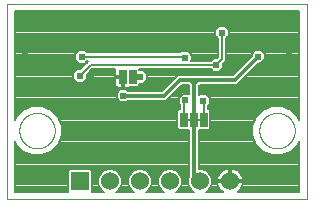
<source format=gbl>
G75*
%MOIN*%
%OFA0B0*%
%FSLAX25Y25*%
%IPPOS*%
%LPD*%
%AMOC8*
5,1,8,0,0,1.08239X$1,22.5*
%
%ADD10C,0.00000*%
%ADD11R,0.06000X0.06000*%
%ADD12C,0.06000*%
%ADD13R,0.02500X0.05000*%
%ADD14C,0.00800*%
%ADD15C,0.00700*%
%ADD16C,0.02400*%
%ADD17C,0.01200*%
D10*
X0001350Y0002094D02*
X0001350Y0067055D01*
X0101035Y0067055D01*
X0101035Y0002094D01*
X0001350Y0002094D01*
X0005287Y0024929D02*
X0005289Y0025082D01*
X0005295Y0025236D01*
X0005305Y0025389D01*
X0005319Y0025541D01*
X0005337Y0025694D01*
X0005359Y0025845D01*
X0005384Y0025996D01*
X0005414Y0026147D01*
X0005448Y0026297D01*
X0005485Y0026445D01*
X0005526Y0026593D01*
X0005571Y0026739D01*
X0005620Y0026885D01*
X0005673Y0027029D01*
X0005729Y0027171D01*
X0005789Y0027312D01*
X0005853Y0027452D01*
X0005920Y0027590D01*
X0005991Y0027726D01*
X0006066Y0027860D01*
X0006143Y0027992D01*
X0006225Y0028122D01*
X0006309Y0028250D01*
X0006397Y0028376D01*
X0006488Y0028499D01*
X0006582Y0028620D01*
X0006680Y0028738D01*
X0006780Y0028854D01*
X0006884Y0028967D01*
X0006990Y0029078D01*
X0007099Y0029186D01*
X0007211Y0029291D01*
X0007325Y0029392D01*
X0007443Y0029491D01*
X0007562Y0029587D01*
X0007684Y0029680D01*
X0007809Y0029769D01*
X0007936Y0029856D01*
X0008065Y0029938D01*
X0008196Y0030018D01*
X0008329Y0030094D01*
X0008464Y0030167D01*
X0008601Y0030236D01*
X0008740Y0030301D01*
X0008880Y0030363D01*
X0009022Y0030421D01*
X0009165Y0030476D01*
X0009310Y0030527D01*
X0009456Y0030574D01*
X0009603Y0030617D01*
X0009751Y0030656D01*
X0009900Y0030692D01*
X0010050Y0030723D01*
X0010201Y0030751D01*
X0010352Y0030775D01*
X0010505Y0030795D01*
X0010657Y0030811D01*
X0010810Y0030823D01*
X0010963Y0030831D01*
X0011116Y0030835D01*
X0011270Y0030835D01*
X0011423Y0030831D01*
X0011576Y0030823D01*
X0011729Y0030811D01*
X0011881Y0030795D01*
X0012034Y0030775D01*
X0012185Y0030751D01*
X0012336Y0030723D01*
X0012486Y0030692D01*
X0012635Y0030656D01*
X0012783Y0030617D01*
X0012930Y0030574D01*
X0013076Y0030527D01*
X0013221Y0030476D01*
X0013364Y0030421D01*
X0013506Y0030363D01*
X0013646Y0030301D01*
X0013785Y0030236D01*
X0013922Y0030167D01*
X0014057Y0030094D01*
X0014190Y0030018D01*
X0014321Y0029938D01*
X0014450Y0029856D01*
X0014577Y0029769D01*
X0014702Y0029680D01*
X0014824Y0029587D01*
X0014943Y0029491D01*
X0015061Y0029392D01*
X0015175Y0029291D01*
X0015287Y0029186D01*
X0015396Y0029078D01*
X0015502Y0028967D01*
X0015606Y0028854D01*
X0015706Y0028738D01*
X0015804Y0028620D01*
X0015898Y0028499D01*
X0015989Y0028376D01*
X0016077Y0028250D01*
X0016161Y0028122D01*
X0016243Y0027992D01*
X0016320Y0027860D01*
X0016395Y0027726D01*
X0016466Y0027590D01*
X0016533Y0027452D01*
X0016597Y0027312D01*
X0016657Y0027171D01*
X0016713Y0027029D01*
X0016766Y0026885D01*
X0016815Y0026739D01*
X0016860Y0026593D01*
X0016901Y0026445D01*
X0016938Y0026297D01*
X0016972Y0026147D01*
X0017002Y0025996D01*
X0017027Y0025845D01*
X0017049Y0025694D01*
X0017067Y0025541D01*
X0017081Y0025389D01*
X0017091Y0025236D01*
X0017097Y0025082D01*
X0017099Y0024929D01*
X0017097Y0024776D01*
X0017091Y0024622D01*
X0017081Y0024469D01*
X0017067Y0024317D01*
X0017049Y0024164D01*
X0017027Y0024013D01*
X0017002Y0023862D01*
X0016972Y0023711D01*
X0016938Y0023561D01*
X0016901Y0023413D01*
X0016860Y0023265D01*
X0016815Y0023119D01*
X0016766Y0022973D01*
X0016713Y0022829D01*
X0016657Y0022687D01*
X0016597Y0022546D01*
X0016533Y0022406D01*
X0016466Y0022268D01*
X0016395Y0022132D01*
X0016320Y0021998D01*
X0016243Y0021866D01*
X0016161Y0021736D01*
X0016077Y0021608D01*
X0015989Y0021482D01*
X0015898Y0021359D01*
X0015804Y0021238D01*
X0015706Y0021120D01*
X0015606Y0021004D01*
X0015502Y0020891D01*
X0015396Y0020780D01*
X0015287Y0020672D01*
X0015175Y0020567D01*
X0015061Y0020466D01*
X0014943Y0020367D01*
X0014824Y0020271D01*
X0014702Y0020178D01*
X0014577Y0020089D01*
X0014450Y0020002D01*
X0014321Y0019920D01*
X0014190Y0019840D01*
X0014057Y0019764D01*
X0013922Y0019691D01*
X0013785Y0019622D01*
X0013646Y0019557D01*
X0013506Y0019495D01*
X0013364Y0019437D01*
X0013221Y0019382D01*
X0013076Y0019331D01*
X0012930Y0019284D01*
X0012783Y0019241D01*
X0012635Y0019202D01*
X0012486Y0019166D01*
X0012336Y0019135D01*
X0012185Y0019107D01*
X0012034Y0019083D01*
X0011881Y0019063D01*
X0011729Y0019047D01*
X0011576Y0019035D01*
X0011423Y0019027D01*
X0011270Y0019023D01*
X0011116Y0019023D01*
X0010963Y0019027D01*
X0010810Y0019035D01*
X0010657Y0019047D01*
X0010505Y0019063D01*
X0010352Y0019083D01*
X0010201Y0019107D01*
X0010050Y0019135D01*
X0009900Y0019166D01*
X0009751Y0019202D01*
X0009603Y0019241D01*
X0009456Y0019284D01*
X0009310Y0019331D01*
X0009165Y0019382D01*
X0009022Y0019437D01*
X0008880Y0019495D01*
X0008740Y0019557D01*
X0008601Y0019622D01*
X0008464Y0019691D01*
X0008329Y0019764D01*
X0008196Y0019840D01*
X0008065Y0019920D01*
X0007936Y0020002D01*
X0007809Y0020089D01*
X0007684Y0020178D01*
X0007562Y0020271D01*
X0007443Y0020367D01*
X0007325Y0020466D01*
X0007211Y0020567D01*
X0007099Y0020672D01*
X0006990Y0020780D01*
X0006884Y0020891D01*
X0006780Y0021004D01*
X0006680Y0021120D01*
X0006582Y0021238D01*
X0006488Y0021359D01*
X0006397Y0021482D01*
X0006309Y0021608D01*
X0006225Y0021736D01*
X0006143Y0021866D01*
X0006066Y0021998D01*
X0005991Y0022132D01*
X0005920Y0022268D01*
X0005853Y0022406D01*
X0005789Y0022546D01*
X0005729Y0022687D01*
X0005673Y0022829D01*
X0005620Y0022973D01*
X0005571Y0023119D01*
X0005526Y0023265D01*
X0005485Y0023413D01*
X0005448Y0023561D01*
X0005414Y0023711D01*
X0005384Y0023862D01*
X0005359Y0024013D01*
X0005337Y0024164D01*
X0005319Y0024317D01*
X0005305Y0024469D01*
X0005295Y0024622D01*
X0005289Y0024776D01*
X0005287Y0024929D01*
X0085287Y0024929D02*
X0085289Y0025082D01*
X0085295Y0025236D01*
X0085305Y0025389D01*
X0085319Y0025541D01*
X0085337Y0025694D01*
X0085359Y0025845D01*
X0085384Y0025996D01*
X0085414Y0026147D01*
X0085448Y0026297D01*
X0085485Y0026445D01*
X0085526Y0026593D01*
X0085571Y0026739D01*
X0085620Y0026885D01*
X0085673Y0027029D01*
X0085729Y0027171D01*
X0085789Y0027312D01*
X0085853Y0027452D01*
X0085920Y0027590D01*
X0085991Y0027726D01*
X0086066Y0027860D01*
X0086143Y0027992D01*
X0086225Y0028122D01*
X0086309Y0028250D01*
X0086397Y0028376D01*
X0086488Y0028499D01*
X0086582Y0028620D01*
X0086680Y0028738D01*
X0086780Y0028854D01*
X0086884Y0028967D01*
X0086990Y0029078D01*
X0087099Y0029186D01*
X0087211Y0029291D01*
X0087325Y0029392D01*
X0087443Y0029491D01*
X0087562Y0029587D01*
X0087684Y0029680D01*
X0087809Y0029769D01*
X0087936Y0029856D01*
X0088065Y0029938D01*
X0088196Y0030018D01*
X0088329Y0030094D01*
X0088464Y0030167D01*
X0088601Y0030236D01*
X0088740Y0030301D01*
X0088880Y0030363D01*
X0089022Y0030421D01*
X0089165Y0030476D01*
X0089310Y0030527D01*
X0089456Y0030574D01*
X0089603Y0030617D01*
X0089751Y0030656D01*
X0089900Y0030692D01*
X0090050Y0030723D01*
X0090201Y0030751D01*
X0090352Y0030775D01*
X0090505Y0030795D01*
X0090657Y0030811D01*
X0090810Y0030823D01*
X0090963Y0030831D01*
X0091116Y0030835D01*
X0091270Y0030835D01*
X0091423Y0030831D01*
X0091576Y0030823D01*
X0091729Y0030811D01*
X0091881Y0030795D01*
X0092034Y0030775D01*
X0092185Y0030751D01*
X0092336Y0030723D01*
X0092486Y0030692D01*
X0092635Y0030656D01*
X0092783Y0030617D01*
X0092930Y0030574D01*
X0093076Y0030527D01*
X0093221Y0030476D01*
X0093364Y0030421D01*
X0093506Y0030363D01*
X0093646Y0030301D01*
X0093785Y0030236D01*
X0093922Y0030167D01*
X0094057Y0030094D01*
X0094190Y0030018D01*
X0094321Y0029938D01*
X0094450Y0029856D01*
X0094577Y0029769D01*
X0094702Y0029680D01*
X0094824Y0029587D01*
X0094943Y0029491D01*
X0095061Y0029392D01*
X0095175Y0029291D01*
X0095287Y0029186D01*
X0095396Y0029078D01*
X0095502Y0028967D01*
X0095606Y0028854D01*
X0095706Y0028738D01*
X0095804Y0028620D01*
X0095898Y0028499D01*
X0095989Y0028376D01*
X0096077Y0028250D01*
X0096161Y0028122D01*
X0096243Y0027992D01*
X0096320Y0027860D01*
X0096395Y0027726D01*
X0096466Y0027590D01*
X0096533Y0027452D01*
X0096597Y0027312D01*
X0096657Y0027171D01*
X0096713Y0027029D01*
X0096766Y0026885D01*
X0096815Y0026739D01*
X0096860Y0026593D01*
X0096901Y0026445D01*
X0096938Y0026297D01*
X0096972Y0026147D01*
X0097002Y0025996D01*
X0097027Y0025845D01*
X0097049Y0025694D01*
X0097067Y0025541D01*
X0097081Y0025389D01*
X0097091Y0025236D01*
X0097097Y0025082D01*
X0097099Y0024929D01*
X0097097Y0024776D01*
X0097091Y0024622D01*
X0097081Y0024469D01*
X0097067Y0024317D01*
X0097049Y0024164D01*
X0097027Y0024013D01*
X0097002Y0023862D01*
X0096972Y0023711D01*
X0096938Y0023561D01*
X0096901Y0023413D01*
X0096860Y0023265D01*
X0096815Y0023119D01*
X0096766Y0022973D01*
X0096713Y0022829D01*
X0096657Y0022687D01*
X0096597Y0022546D01*
X0096533Y0022406D01*
X0096466Y0022268D01*
X0096395Y0022132D01*
X0096320Y0021998D01*
X0096243Y0021866D01*
X0096161Y0021736D01*
X0096077Y0021608D01*
X0095989Y0021482D01*
X0095898Y0021359D01*
X0095804Y0021238D01*
X0095706Y0021120D01*
X0095606Y0021004D01*
X0095502Y0020891D01*
X0095396Y0020780D01*
X0095287Y0020672D01*
X0095175Y0020567D01*
X0095061Y0020466D01*
X0094943Y0020367D01*
X0094824Y0020271D01*
X0094702Y0020178D01*
X0094577Y0020089D01*
X0094450Y0020002D01*
X0094321Y0019920D01*
X0094190Y0019840D01*
X0094057Y0019764D01*
X0093922Y0019691D01*
X0093785Y0019622D01*
X0093646Y0019557D01*
X0093506Y0019495D01*
X0093364Y0019437D01*
X0093221Y0019382D01*
X0093076Y0019331D01*
X0092930Y0019284D01*
X0092783Y0019241D01*
X0092635Y0019202D01*
X0092486Y0019166D01*
X0092336Y0019135D01*
X0092185Y0019107D01*
X0092034Y0019083D01*
X0091881Y0019063D01*
X0091729Y0019047D01*
X0091576Y0019035D01*
X0091423Y0019027D01*
X0091270Y0019023D01*
X0091116Y0019023D01*
X0090963Y0019027D01*
X0090810Y0019035D01*
X0090657Y0019047D01*
X0090505Y0019063D01*
X0090352Y0019083D01*
X0090201Y0019107D01*
X0090050Y0019135D01*
X0089900Y0019166D01*
X0089751Y0019202D01*
X0089603Y0019241D01*
X0089456Y0019284D01*
X0089310Y0019331D01*
X0089165Y0019382D01*
X0089022Y0019437D01*
X0088880Y0019495D01*
X0088740Y0019557D01*
X0088601Y0019622D01*
X0088464Y0019691D01*
X0088329Y0019764D01*
X0088196Y0019840D01*
X0088065Y0019920D01*
X0087936Y0020002D01*
X0087809Y0020089D01*
X0087684Y0020178D01*
X0087562Y0020271D01*
X0087443Y0020367D01*
X0087325Y0020466D01*
X0087211Y0020567D01*
X0087099Y0020672D01*
X0086990Y0020780D01*
X0086884Y0020891D01*
X0086780Y0021004D01*
X0086680Y0021120D01*
X0086582Y0021238D01*
X0086488Y0021359D01*
X0086397Y0021482D01*
X0086309Y0021608D01*
X0086225Y0021736D01*
X0086143Y0021866D01*
X0086066Y0021998D01*
X0085991Y0022132D01*
X0085920Y0022268D01*
X0085853Y0022406D01*
X0085789Y0022546D01*
X0085729Y0022687D01*
X0085673Y0022829D01*
X0085620Y0022973D01*
X0085571Y0023119D01*
X0085526Y0023265D01*
X0085485Y0023413D01*
X0085448Y0023561D01*
X0085414Y0023711D01*
X0085384Y0023862D01*
X0085359Y0024013D01*
X0085337Y0024164D01*
X0085319Y0024317D01*
X0085305Y0024469D01*
X0085295Y0024622D01*
X0085289Y0024776D01*
X0085287Y0024929D01*
D11*
X0025563Y0008000D03*
D12*
X0035563Y0008000D03*
X0045563Y0008000D03*
X0055563Y0008000D03*
X0065563Y0008000D03*
X0075563Y0008000D03*
D13*
X0066702Y0028634D03*
X0063502Y0028634D03*
X0060302Y0028634D03*
X0043050Y0042894D03*
X0039850Y0042894D03*
D14*
X0043050Y0042894D02*
X0043163Y0042782D01*
X0045563Y0042782D01*
X0060189Y0049535D02*
X0060450Y0049275D01*
X0060189Y0049535D02*
X0026109Y0049535D01*
X0029050Y0046794D02*
X0070850Y0046794D01*
X0072865Y0048809D01*
X0072865Y0057409D01*
X0066550Y0034894D02*
X0066702Y0034743D01*
X0066702Y0028634D01*
X0066902Y0028634D02*
X0063502Y0028634D01*
X0060202Y0028634D01*
X0060302Y0028634D02*
X0060302Y0034646D01*
X0060650Y0034994D01*
X0029050Y0046794D02*
X0025450Y0043194D01*
D15*
X0027700Y0043307D02*
X0037250Y0043307D01*
X0037250Y0043169D02*
X0039575Y0043169D01*
X0039575Y0042619D01*
X0040125Y0042619D01*
X0040125Y0039044D01*
X0041278Y0039044D01*
X0041621Y0039136D01*
X0041929Y0039314D01*
X0041959Y0039344D01*
X0044735Y0039344D01*
X0045350Y0039960D01*
X0045350Y0040532D01*
X0046495Y0040532D01*
X0047813Y0041850D01*
X0047813Y0043714D01*
X0046495Y0045032D01*
X0045350Y0045032D01*
X0045350Y0045344D01*
X0069118Y0045344D01*
X0069918Y0044544D01*
X0071782Y0044544D01*
X0073100Y0045862D01*
X0073100Y0046994D01*
X0073466Y0047359D01*
X0074315Y0048209D01*
X0074315Y0055677D01*
X0075115Y0056477D01*
X0075115Y0058341D01*
X0073797Y0059659D01*
X0071933Y0059659D01*
X0070615Y0058341D01*
X0070615Y0056477D01*
X0071415Y0055677D01*
X0071415Y0049410D01*
X0071049Y0049044D01*
X0069918Y0049044D01*
X0069118Y0048244D01*
X0062602Y0048244D01*
X0062700Y0048343D01*
X0062700Y0050207D01*
X0061382Y0051525D01*
X0059518Y0051525D01*
X0058979Y0050985D01*
X0027841Y0050985D01*
X0027041Y0051785D01*
X0025177Y0051785D01*
X0023859Y0050467D01*
X0023859Y0048603D01*
X0025177Y0047285D01*
X0027041Y0047285D01*
X0027841Y0048085D01*
X0028290Y0048085D01*
X0027600Y0047395D01*
X0025649Y0045444D01*
X0024518Y0045444D01*
X0023200Y0044126D01*
X0023200Y0042263D01*
X0024518Y0040944D01*
X0026382Y0040944D01*
X0027700Y0042263D01*
X0027700Y0043394D01*
X0029651Y0045344D01*
X0037250Y0045344D01*
X0037250Y0043169D01*
X0037250Y0042619D02*
X0037250Y0040217D01*
X0037342Y0039873D01*
X0037520Y0039566D01*
X0037771Y0039314D01*
X0038079Y0039136D01*
X0038422Y0039044D01*
X0039575Y0039044D01*
X0039575Y0042619D01*
X0037250Y0042619D01*
X0037250Y0042608D02*
X0027700Y0042608D01*
X0027347Y0041910D02*
X0037250Y0041910D01*
X0037250Y0041211D02*
X0026649Y0041211D01*
X0024251Y0041211D02*
X0003700Y0041211D01*
X0003700Y0040513D02*
X0037250Y0040513D01*
X0037376Y0039814D02*
X0003700Y0039814D01*
X0003700Y0039116D02*
X0038157Y0039116D01*
X0038591Y0038417D02*
X0003700Y0038417D01*
X0003700Y0037719D02*
X0037892Y0037719D01*
X0037700Y0037526D02*
X0037700Y0035663D01*
X0039018Y0034344D01*
X0040882Y0034344D01*
X0041482Y0034944D01*
X0054333Y0034944D01*
X0059633Y0040244D01*
X0061370Y0040244D01*
X0061852Y0039763D01*
X0061852Y0036974D01*
X0061582Y0037244D01*
X0059718Y0037244D01*
X0058400Y0035926D01*
X0058400Y0034063D01*
X0058852Y0033611D01*
X0058852Y0032184D01*
X0058617Y0032184D01*
X0058002Y0031569D01*
X0058002Y0025699D01*
X0058617Y0025084D01*
X0061852Y0025084D01*
X0061852Y0009625D01*
X0061513Y0008806D01*
X0061513Y0007194D01*
X0062129Y0005706D01*
X0063268Y0004567D01*
X0063563Y0004444D01*
X0057562Y0004444D01*
X0057857Y0004567D01*
X0058996Y0005706D01*
X0059613Y0007194D01*
X0059613Y0008806D01*
X0058996Y0010294D01*
X0057857Y0011433D01*
X0056368Y0012050D01*
X0054757Y0012050D01*
X0053268Y0011433D01*
X0052129Y0010294D01*
X0051513Y0008806D01*
X0051513Y0007194D01*
X0052129Y0005706D01*
X0053268Y0004567D01*
X0053563Y0004444D01*
X0047562Y0004444D01*
X0047857Y0004567D01*
X0048996Y0005706D01*
X0049613Y0007194D01*
X0049613Y0008806D01*
X0048996Y0010294D01*
X0047857Y0011433D01*
X0046368Y0012050D01*
X0044757Y0012050D01*
X0043268Y0011433D01*
X0042129Y0010294D01*
X0041513Y0008806D01*
X0041513Y0007194D01*
X0042129Y0005706D01*
X0043268Y0004567D01*
X0043563Y0004444D01*
X0037562Y0004444D01*
X0037857Y0004567D01*
X0038996Y0005706D01*
X0039613Y0007194D01*
X0039613Y0008806D01*
X0038996Y0010294D01*
X0037857Y0011433D01*
X0036368Y0012050D01*
X0034757Y0012050D01*
X0033268Y0011433D01*
X0032129Y0010294D01*
X0031513Y0008806D01*
X0031513Y0007194D01*
X0032129Y0005706D01*
X0033268Y0004567D01*
X0033563Y0004444D01*
X0029492Y0004444D01*
X0029613Y0004565D01*
X0029613Y0011435D01*
X0028998Y0012050D01*
X0022128Y0012050D01*
X0021513Y0011435D01*
X0021513Y0004565D01*
X0021633Y0004444D01*
X0003700Y0004444D01*
X0003700Y0021445D01*
X0004194Y0020253D01*
X0006516Y0017930D01*
X0009550Y0016674D01*
X0012835Y0016674D01*
X0015869Y0017930D01*
X0018191Y0020253D01*
X0019448Y0023287D01*
X0019448Y0026571D01*
X0018191Y0029605D01*
X0015869Y0031928D01*
X0012835Y0033185D01*
X0009550Y0033185D01*
X0006516Y0031928D01*
X0004194Y0029605D01*
X0003700Y0028413D01*
X0003700Y0064705D01*
X0098685Y0064705D01*
X0098685Y0028413D01*
X0098191Y0029605D01*
X0095869Y0031928D01*
X0092835Y0033185D01*
X0089550Y0033185D01*
X0086516Y0031928D01*
X0084194Y0029605D01*
X0082937Y0026571D01*
X0082937Y0023287D01*
X0084194Y0020253D01*
X0086516Y0017930D01*
X0089550Y0016674D01*
X0092835Y0016674D01*
X0095869Y0017930D01*
X0098191Y0020253D01*
X0098685Y0021445D01*
X0098685Y0004444D01*
X0078069Y0004444D01*
X0078396Y0004682D01*
X0078881Y0005166D01*
X0079283Y0005720D01*
X0079594Y0006330D01*
X0079805Y0006981D01*
X0079911Y0007650D01*
X0075913Y0007650D01*
X0075913Y0008350D01*
X0079911Y0008350D01*
X0079805Y0009019D01*
X0079594Y0009670D01*
X0079283Y0010280D01*
X0078881Y0010834D01*
X0078396Y0011318D01*
X0077842Y0011720D01*
X0077232Y0012031D01*
X0076581Y0012243D01*
X0075913Y0012349D01*
X0075913Y0008350D01*
X0075213Y0008350D01*
X0075213Y0012349D01*
X0074544Y0012243D01*
X0073893Y0012031D01*
X0073283Y0011720D01*
X0072729Y0011318D01*
X0072245Y0010834D01*
X0071842Y0010280D01*
X0071531Y0009670D01*
X0071320Y0009019D01*
X0071214Y0008350D01*
X0075213Y0008350D01*
X0075213Y0007650D01*
X0071214Y0007650D01*
X0071320Y0006981D01*
X0071531Y0006330D01*
X0071842Y0005720D01*
X0072245Y0005166D01*
X0072729Y0004682D01*
X0073056Y0004444D01*
X0067562Y0004444D01*
X0067857Y0004567D01*
X0068996Y0005706D01*
X0069613Y0007194D01*
X0069613Y0008806D01*
X0068996Y0010294D01*
X0067857Y0011433D01*
X0066368Y0012050D01*
X0065152Y0012050D01*
X0065152Y0025084D01*
X0068387Y0025084D01*
X0069002Y0025699D01*
X0069002Y0031569D01*
X0068387Y0032184D01*
X0068152Y0032184D01*
X0068152Y0033314D01*
X0068800Y0033963D01*
X0068800Y0035826D01*
X0067482Y0037144D01*
X0065618Y0037144D01*
X0065152Y0036678D01*
X0065152Y0039763D01*
X0065633Y0040244D01*
X0077933Y0040244D01*
X0085033Y0047344D01*
X0085882Y0047344D01*
X0087200Y0048662D01*
X0087200Y0050526D01*
X0085882Y0051844D01*
X0084018Y0051844D01*
X0082700Y0050526D01*
X0082700Y0049678D01*
X0076567Y0043544D01*
X0058267Y0043544D01*
X0057300Y0042578D01*
X0052967Y0038244D01*
X0041482Y0038244D01*
X0040882Y0038844D01*
X0039018Y0038844D01*
X0037700Y0037526D01*
X0037700Y0037020D02*
X0003700Y0037020D01*
X0003700Y0036322D02*
X0037700Y0036322D01*
X0037739Y0035623D02*
X0003700Y0035623D01*
X0003700Y0034925D02*
X0038438Y0034925D01*
X0041462Y0034925D02*
X0058400Y0034925D01*
X0058400Y0035623D02*
X0055012Y0035623D01*
X0055711Y0036322D02*
X0058795Y0036322D01*
X0059494Y0037020D02*
X0056409Y0037020D01*
X0057108Y0037719D02*
X0061852Y0037719D01*
X0061852Y0038417D02*
X0057806Y0038417D01*
X0058505Y0039116D02*
X0061852Y0039116D01*
X0061801Y0039814D02*
X0059203Y0039814D01*
X0056632Y0041910D02*
X0047813Y0041910D01*
X0047813Y0042608D02*
X0057330Y0042608D01*
X0058029Y0043307D02*
X0047813Y0043307D01*
X0047521Y0044005D02*
X0077027Y0044005D01*
X0077726Y0044704D02*
X0071941Y0044704D01*
X0072640Y0045402D02*
X0078424Y0045402D01*
X0079123Y0046101D02*
X0073100Y0046101D01*
X0073100Y0046799D02*
X0079821Y0046799D01*
X0080520Y0047498D02*
X0073604Y0047498D01*
X0073466Y0047359D02*
X0073466Y0047359D01*
X0074302Y0048196D02*
X0081218Y0048196D01*
X0081917Y0048895D02*
X0074315Y0048895D01*
X0074315Y0049593D02*
X0082615Y0049593D01*
X0082700Y0050292D02*
X0074315Y0050292D01*
X0074315Y0050990D02*
X0083164Y0050990D01*
X0083862Y0051689D02*
X0074315Y0051689D01*
X0074315Y0052387D02*
X0098685Y0052387D01*
X0098685Y0051689D02*
X0086038Y0051689D01*
X0086736Y0050990D02*
X0098685Y0050990D01*
X0098685Y0050292D02*
X0087200Y0050292D01*
X0087200Y0049593D02*
X0098685Y0049593D01*
X0098685Y0048895D02*
X0087200Y0048895D01*
X0086734Y0048196D02*
X0098685Y0048196D01*
X0098685Y0047498D02*
X0086035Y0047498D01*
X0084488Y0046799D02*
X0098685Y0046799D01*
X0098685Y0046101D02*
X0083790Y0046101D01*
X0083091Y0045402D02*
X0098685Y0045402D01*
X0098685Y0044704D02*
X0082393Y0044704D01*
X0081694Y0044005D02*
X0098685Y0044005D01*
X0098685Y0043307D02*
X0080996Y0043307D01*
X0080297Y0042608D02*
X0098685Y0042608D01*
X0098685Y0041910D02*
X0079599Y0041910D01*
X0078900Y0041211D02*
X0098685Y0041211D01*
X0098685Y0040513D02*
X0078202Y0040513D01*
X0069759Y0044704D02*
X0046823Y0044704D01*
X0047174Y0041211D02*
X0055933Y0041211D01*
X0055235Y0040513D02*
X0045350Y0040513D01*
X0045205Y0039814D02*
X0054536Y0039814D01*
X0053838Y0039116D02*
X0041543Y0039116D01*
X0041309Y0038417D02*
X0053139Y0038417D01*
X0058400Y0034226D02*
X0003700Y0034226D01*
X0003700Y0033527D02*
X0058852Y0033527D01*
X0058852Y0032829D02*
X0013693Y0032829D01*
X0015380Y0032130D02*
X0058564Y0032130D01*
X0058002Y0031432D02*
X0016365Y0031432D01*
X0017063Y0030733D02*
X0058002Y0030733D01*
X0058002Y0030035D02*
X0017762Y0030035D01*
X0018303Y0029336D02*
X0058002Y0029336D01*
X0058002Y0028638D02*
X0018592Y0028638D01*
X0018881Y0027939D02*
X0058002Y0027939D01*
X0058002Y0027241D02*
X0019171Y0027241D01*
X0019448Y0026542D02*
X0058002Y0026542D01*
X0058002Y0025844D02*
X0019448Y0025844D01*
X0019448Y0025145D02*
X0058556Y0025145D01*
X0061852Y0024447D02*
X0019448Y0024447D01*
X0019448Y0023748D02*
X0061852Y0023748D01*
X0061852Y0023050D02*
X0019350Y0023050D01*
X0019060Y0022351D02*
X0061852Y0022351D01*
X0061852Y0021653D02*
X0018771Y0021653D01*
X0018482Y0020954D02*
X0061852Y0020954D01*
X0061852Y0020256D02*
X0018192Y0020256D01*
X0017496Y0019557D02*
X0061852Y0019557D01*
X0061852Y0018859D02*
X0016797Y0018859D01*
X0016099Y0018160D02*
X0061852Y0018160D01*
X0061852Y0017462D02*
X0014737Y0017462D01*
X0013051Y0016763D02*
X0061852Y0016763D01*
X0061852Y0016065D02*
X0003700Y0016065D01*
X0003700Y0016763D02*
X0009334Y0016763D01*
X0007648Y0017462D02*
X0003700Y0017462D01*
X0003700Y0018160D02*
X0006286Y0018160D01*
X0005588Y0018859D02*
X0003700Y0018859D01*
X0003700Y0019557D02*
X0004889Y0019557D01*
X0004193Y0020256D02*
X0003700Y0020256D01*
X0003700Y0020954D02*
X0003903Y0020954D01*
X0003700Y0015366D02*
X0061852Y0015366D01*
X0061852Y0014668D02*
X0003700Y0014668D01*
X0003700Y0013969D02*
X0061852Y0013969D01*
X0061852Y0013271D02*
X0003700Y0013271D01*
X0003700Y0012572D02*
X0061852Y0012572D01*
X0061852Y0011874D02*
X0056794Y0011874D01*
X0058115Y0011175D02*
X0061852Y0011175D01*
X0061852Y0010477D02*
X0058814Y0010477D01*
X0059210Y0009778D02*
X0061852Y0009778D01*
X0061626Y0009080D02*
X0059499Y0009080D01*
X0059613Y0008381D02*
X0061513Y0008381D01*
X0061513Y0007683D02*
X0059613Y0007683D01*
X0059525Y0006984D02*
X0061600Y0006984D01*
X0061889Y0006286D02*
X0059236Y0006286D01*
X0058877Y0005587D02*
X0062248Y0005587D01*
X0062946Y0004889D02*
X0058179Y0004889D01*
X0052946Y0004889D02*
X0048179Y0004889D01*
X0048877Y0005587D02*
X0052248Y0005587D01*
X0051889Y0006286D02*
X0049236Y0006286D01*
X0049525Y0006984D02*
X0051600Y0006984D01*
X0051513Y0007683D02*
X0049613Y0007683D01*
X0049613Y0008381D02*
X0051513Y0008381D01*
X0051626Y0009080D02*
X0049499Y0009080D01*
X0049210Y0009778D02*
X0051915Y0009778D01*
X0052312Y0010477D02*
X0048814Y0010477D01*
X0048115Y0011175D02*
X0053010Y0011175D01*
X0054331Y0011874D02*
X0046794Y0011874D01*
X0044331Y0011874D02*
X0036794Y0011874D01*
X0038115Y0011175D02*
X0043010Y0011175D01*
X0042312Y0010477D02*
X0038814Y0010477D01*
X0039210Y0009778D02*
X0041915Y0009778D01*
X0041626Y0009080D02*
X0039499Y0009080D01*
X0039613Y0008381D02*
X0041513Y0008381D01*
X0041513Y0007683D02*
X0039613Y0007683D01*
X0039525Y0006984D02*
X0041600Y0006984D01*
X0041889Y0006286D02*
X0039236Y0006286D01*
X0038877Y0005587D02*
X0042248Y0005587D01*
X0042946Y0004889D02*
X0038179Y0004889D01*
X0032946Y0004889D02*
X0029613Y0004889D01*
X0029613Y0005587D02*
X0032248Y0005587D01*
X0031889Y0006286D02*
X0029613Y0006286D01*
X0029613Y0006984D02*
X0031600Y0006984D01*
X0031513Y0007683D02*
X0029613Y0007683D01*
X0029613Y0008381D02*
X0031513Y0008381D01*
X0031626Y0009080D02*
X0029613Y0009080D01*
X0029613Y0009778D02*
X0031915Y0009778D01*
X0032312Y0010477D02*
X0029613Y0010477D01*
X0029613Y0011175D02*
X0033010Y0011175D01*
X0034331Y0011874D02*
X0029174Y0011874D01*
X0021951Y0011874D02*
X0003700Y0011874D01*
X0003700Y0011175D02*
X0021513Y0011175D01*
X0021513Y0010477D02*
X0003700Y0010477D01*
X0003700Y0009778D02*
X0021513Y0009778D01*
X0021513Y0009080D02*
X0003700Y0009080D01*
X0003700Y0008381D02*
X0021513Y0008381D01*
X0021513Y0007683D02*
X0003700Y0007683D01*
X0003700Y0006984D02*
X0021513Y0006984D01*
X0021513Y0006286D02*
X0003700Y0006286D01*
X0003700Y0005587D02*
X0021513Y0005587D01*
X0021513Y0004889D02*
X0003700Y0004889D01*
X0003700Y0028638D02*
X0003793Y0028638D01*
X0003700Y0029336D02*
X0004082Y0029336D01*
X0003700Y0030035D02*
X0004623Y0030035D01*
X0005322Y0030733D02*
X0003700Y0030733D01*
X0003700Y0031432D02*
X0006020Y0031432D01*
X0007005Y0032130D02*
X0003700Y0032130D01*
X0003700Y0032829D02*
X0008692Y0032829D01*
X0003700Y0041910D02*
X0023553Y0041910D01*
X0023200Y0042608D02*
X0003700Y0042608D01*
X0003700Y0043307D02*
X0023200Y0043307D01*
X0023200Y0044005D02*
X0003700Y0044005D01*
X0003700Y0044704D02*
X0023777Y0044704D01*
X0024476Y0045402D02*
X0003700Y0045402D01*
X0003700Y0046101D02*
X0026306Y0046101D01*
X0027004Y0046799D02*
X0003700Y0046799D01*
X0003700Y0047498D02*
X0024965Y0047498D01*
X0024266Y0048196D02*
X0003700Y0048196D01*
X0003700Y0048895D02*
X0023859Y0048895D01*
X0023859Y0049593D02*
X0003700Y0049593D01*
X0003700Y0050292D02*
X0023859Y0050292D01*
X0024382Y0050990D02*
X0003700Y0050990D01*
X0003700Y0051689D02*
X0025080Y0051689D01*
X0027138Y0051689D02*
X0071415Y0051689D01*
X0071415Y0052387D02*
X0003700Y0052387D01*
X0003700Y0053086D02*
X0071415Y0053086D01*
X0071415Y0053784D02*
X0003700Y0053784D01*
X0003700Y0054483D02*
X0071415Y0054483D01*
X0071415Y0055181D02*
X0003700Y0055181D01*
X0003700Y0055880D02*
X0071213Y0055880D01*
X0070615Y0056578D02*
X0003700Y0056578D01*
X0003700Y0057277D02*
X0070615Y0057277D01*
X0070615Y0057975D02*
X0003700Y0057975D01*
X0003700Y0058674D02*
X0070947Y0058674D01*
X0071646Y0059372D02*
X0003700Y0059372D01*
X0003700Y0060071D02*
X0098685Y0060071D01*
X0098685Y0060769D02*
X0003700Y0060769D01*
X0003700Y0061468D02*
X0098685Y0061468D01*
X0098685Y0062166D02*
X0003700Y0062166D01*
X0003700Y0062865D02*
X0098685Y0062865D01*
X0098685Y0063563D02*
X0003700Y0063563D01*
X0003700Y0064262D02*
X0098685Y0064262D01*
X0098685Y0059372D02*
X0074084Y0059372D01*
X0074782Y0058674D02*
X0098685Y0058674D01*
X0098685Y0057975D02*
X0075115Y0057975D01*
X0075115Y0057277D02*
X0098685Y0057277D01*
X0098685Y0056578D02*
X0075115Y0056578D01*
X0074517Y0055880D02*
X0098685Y0055880D01*
X0098685Y0055181D02*
X0074315Y0055181D01*
X0074315Y0054483D02*
X0098685Y0054483D01*
X0098685Y0053784D02*
X0074315Y0053784D01*
X0074315Y0053086D02*
X0098685Y0053086D01*
X0098685Y0039814D02*
X0065203Y0039814D01*
X0065152Y0039116D02*
X0098685Y0039116D01*
X0098685Y0038417D02*
X0065152Y0038417D01*
X0065152Y0037719D02*
X0098685Y0037719D01*
X0098685Y0037020D02*
X0067606Y0037020D01*
X0068305Y0036322D02*
X0098685Y0036322D01*
X0098685Y0035623D02*
X0068800Y0035623D01*
X0068800Y0034925D02*
X0098685Y0034925D01*
X0098685Y0034226D02*
X0068800Y0034226D01*
X0068365Y0033527D02*
X0098685Y0033527D01*
X0098685Y0032829D02*
X0093693Y0032829D01*
X0095380Y0032130D02*
X0098685Y0032130D01*
X0098685Y0031432D02*
X0096365Y0031432D01*
X0097063Y0030733D02*
X0098685Y0030733D01*
X0098685Y0030035D02*
X0097762Y0030035D01*
X0098303Y0029336D02*
X0098685Y0029336D01*
X0098685Y0028638D02*
X0098592Y0028638D01*
X0098482Y0020954D02*
X0098685Y0020954D01*
X0098685Y0020256D02*
X0098192Y0020256D01*
X0098685Y0019557D02*
X0097496Y0019557D01*
X0096797Y0018859D02*
X0098685Y0018859D01*
X0098685Y0018160D02*
X0096099Y0018160D01*
X0094737Y0017462D02*
X0098685Y0017462D01*
X0098685Y0016763D02*
X0093051Y0016763D01*
X0089334Y0016763D02*
X0065152Y0016763D01*
X0065152Y0016065D02*
X0098685Y0016065D01*
X0098685Y0015366D02*
X0065152Y0015366D01*
X0065152Y0014668D02*
X0098685Y0014668D01*
X0098685Y0013969D02*
X0065152Y0013969D01*
X0065152Y0013271D02*
X0098685Y0013271D01*
X0098685Y0012572D02*
X0065152Y0012572D01*
X0066794Y0011874D02*
X0073583Y0011874D01*
X0072586Y0011175D02*
X0068115Y0011175D01*
X0068814Y0010477D02*
X0071985Y0010477D01*
X0071586Y0009778D02*
X0069210Y0009778D01*
X0069499Y0009080D02*
X0071340Y0009080D01*
X0071219Y0008381D02*
X0069613Y0008381D01*
X0069613Y0007683D02*
X0075213Y0007683D01*
X0075213Y0008381D02*
X0075913Y0008381D01*
X0075913Y0007683D02*
X0098685Y0007683D01*
X0098685Y0008381D02*
X0079906Y0008381D01*
X0079786Y0009080D02*
X0098685Y0009080D01*
X0098685Y0009778D02*
X0079539Y0009778D01*
X0079140Y0010477D02*
X0098685Y0010477D01*
X0098685Y0011175D02*
X0078539Y0011175D01*
X0077542Y0011874D02*
X0098685Y0011874D01*
X0098685Y0006984D02*
X0079806Y0006984D01*
X0079571Y0006286D02*
X0098685Y0006286D01*
X0098685Y0005587D02*
X0079186Y0005587D01*
X0078603Y0004889D02*
X0098685Y0004889D01*
X0087648Y0017462D02*
X0065152Y0017462D01*
X0065152Y0018160D02*
X0086286Y0018160D01*
X0085588Y0018859D02*
X0065152Y0018859D01*
X0065152Y0019557D02*
X0084889Y0019557D01*
X0084193Y0020256D02*
X0065152Y0020256D01*
X0065152Y0020954D02*
X0083903Y0020954D01*
X0083614Y0021653D02*
X0065152Y0021653D01*
X0065152Y0022351D02*
X0083325Y0022351D01*
X0083035Y0023050D02*
X0065152Y0023050D01*
X0065152Y0023748D02*
X0082937Y0023748D01*
X0082937Y0024447D02*
X0065152Y0024447D01*
X0068448Y0025145D02*
X0082937Y0025145D01*
X0082937Y0025844D02*
X0069002Y0025844D01*
X0069002Y0026542D02*
X0082937Y0026542D01*
X0083214Y0027241D02*
X0069002Y0027241D01*
X0069002Y0027939D02*
X0083504Y0027939D01*
X0083793Y0028638D02*
X0069002Y0028638D01*
X0069002Y0029336D02*
X0084082Y0029336D01*
X0084623Y0030035D02*
X0069002Y0030035D01*
X0069002Y0030733D02*
X0085322Y0030733D01*
X0086020Y0031432D02*
X0069002Y0031432D01*
X0068440Y0032130D02*
X0087005Y0032130D01*
X0088692Y0032829D02*
X0068152Y0032829D01*
X0065494Y0037020D02*
X0065152Y0037020D01*
X0061852Y0037020D02*
X0061806Y0037020D01*
X0062700Y0048895D02*
X0069768Y0048895D01*
X0071415Y0049593D02*
X0062700Y0049593D01*
X0062615Y0050292D02*
X0071415Y0050292D01*
X0071415Y0050990D02*
X0061916Y0050990D01*
X0058984Y0050990D02*
X0027836Y0050990D01*
X0027703Y0047498D02*
X0027253Y0047498D01*
X0029010Y0044704D02*
X0037250Y0044704D01*
X0037250Y0044005D02*
X0028311Y0044005D01*
X0039575Y0042608D02*
X0040125Y0042608D01*
X0040125Y0041910D02*
X0039575Y0041910D01*
X0039575Y0041211D02*
X0040125Y0041211D01*
X0040125Y0040513D02*
X0039575Y0040513D01*
X0039575Y0039814D02*
X0040125Y0039814D01*
X0040125Y0039116D02*
X0039575Y0039116D01*
X0075213Y0011874D02*
X0075913Y0011874D01*
X0075913Y0011175D02*
X0075213Y0011175D01*
X0075213Y0010477D02*
X0075913Y0010477D01*
X0075913Y0009778D02*
X0075213Y0009778D01*
X0075213Y0009080D02*
X0075913Y0009080D01*
X0071319Y0006984D02*
X0069525Y0006984D01*
X0069236Y0006286D02*
X0071554Y0006286D01*
X0071939Y0005587D02*
X0068877Y0005587D01*
X0068179Y0004889D02*
X0072522Y0004889D01*
D16*
X0082350Y0008094D03*
X0086350Y0008094D03*
X0066550Y0034894D03*
X0060650Y0034994D03*
X0054350Y0044094D03*
X0048350Y0040094D03*
X0045563Y0042782D03*
X0039950Y0036594D03*
X0039350Y0033094D03*
X0029350Y0042094D03*
X0025450Y0043194D03*
X0026109Y0049535D03*
X0007350Y0051094D03*
X0007350Y0047094D03*
X0007350Y0056094D03*
X0060450Y0049275D03*
X0070850Y0046794D03*
X0072865Y0057409D03*
X0084950Y0049594D03*
X0095350Y0051094D03*
X0095350Y0046094D03*
X0095350Y0056094D03*
X0018350Y0009094D03*
D17*
X0039950Y0036594D02*
X0053650Y0036594D01*
X0058950Y0041894D01*
X0061950Y0041894D01*
X0062054Y0041894D01*
X0063502Y0040446D01*
X0064950Y0041894D01*
X0077250Y0041894D01*
X0084950Y0049594D01*
X0064950Y0041894D02*
X0061950Y0041894D01*
X0063502Y0040446D02*
X0063502Y0028634D01*
X0063502Y0010061D01*
X0065563Y0008000D01*
M02*

</source>
